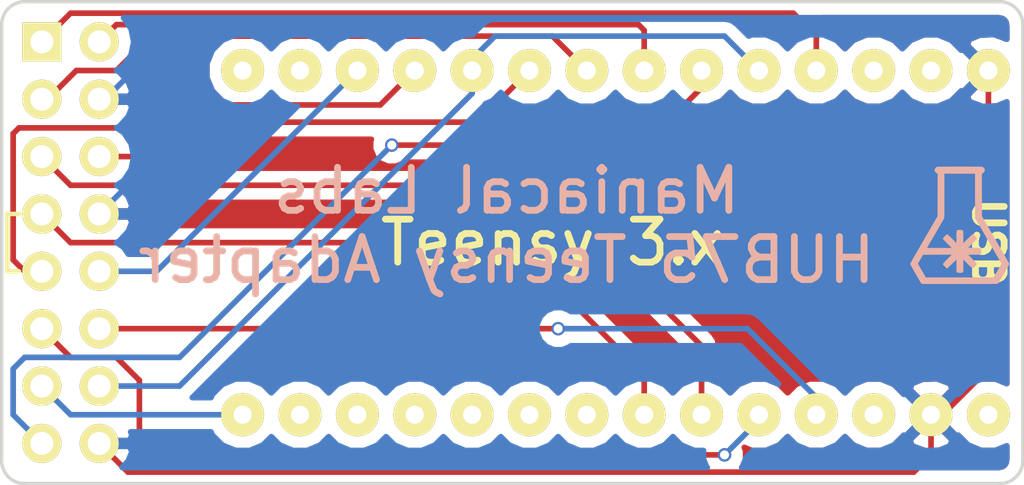
<source format=kicad_pcb>
(kicad_pcb (version 4) (host pcbnew 4.0.2-stable)

  (general
    (links 18)
    (no_connects 0)
    (area 37.084 39.878 95.25 61.468)
    (thickness 1.6)
    (drawings 14)
    (tracks 85)
    (zones 0)
    (modules 3)
    (nets 27)
  )

  (page A4)
  (layers
    (0 F.Cu signal)
    (31 B.Cu signal hide)
    (32 B.Adhes user)
    (33 F.Adhes user)
    (34 B.Paste user)
    (35 F.Paste user)
    (36 B.SilkS user hide)
    (37 F.SilkS user)
    (38 B.Mask user)
    (39 F.Mask user)
    (40 Dwgs.User user)
    (41 Cmts.User user)
    (42 Eco1.User user)
    (43 Eco2.User user)
    (44 Edge.Cuts user)
    (45 Margin user)
    (46 B.CrtYd user)
    (47 F.CrtYd user)
    (48 B.Fab user)
    (49 F.Fab user)
  )

  (setup
    (last_trace_width 0.25)
    (trace_clearance 0.2)
    (zone_clearance 0.508)
    (zone_45_only no)
    (trace_min 0.2)
    (segment_width 0.2)
    (edge_width 0.15)
    (via_size 0.6)
    (via_drill 0.4)
    (via_min_size 0.4)
    (via_min_drill 0.3)
    (uvia_size 0.3)
    (uvia_drill 0.1)
    (uvias_allowed no)
    (uvia_min_size 0.2)
    (uvia_min_drill 0.1)
    (pcb_text_width 0.3)
    (pcb_text_size 1.5 1.5)
    (mod_edge_width 0.15)
    (mod_text_size 1 1)
    (mod_text_width 0.15)
    (pad_size 1.524 1.524)
    (pad_drill 0.762)
    (pad_to_mask_clearance 0.2)
    (aux_axis_origin 0 0)
    (visible_elements FFFFFF7F)
    (pcbplotparams
      (layerselection 0x00030_80000001)
      (usegerberextensions false)
      (excludeedgelayer true)
      (linewidth 0.100000)
      (plotframeref false)
      (viasonmask false)
      (mode 1)
      (useauxorigin false)
      (hpglpennumber 1)
      (hpglpenspeed 20)
      (hpglpendiameter 15)
      (hpglpenoverlay 2)
      (psnegative false)
      (psa4output false)
      (plotreference true)
      (plotvalue true)
      (plotinvisibletext false)
      (padsonsilk false)
      (subtractmaskfromsilk false)
      (outputformat 1)
      (mirror false)
      (drillshape 1)
      (scaleselection 1)
      (outputdirectory ""))
  )

  (net 0 "")
  (net 1 R1)
  (net 2 G1)
  (net 3 B1)
  (net 4 GND)
  (net 5 R2)
  (net 6 G2)
  (net 7 B2)
  (net 8 ADX0)
  (net 9 ADX1)
  (net 10 ADX2)
  (net 11 ADX3)
  (net 12 CLK)
  (net 13 LATCH)
  (net 14 OE)
  (net 15 "Net-(U1-Pad0)")
  (net 16 "Net-(U1-Pad1)")
  (net 17 "Net-(U1-Pad11)")
  (net 18 "Net-(U1-Pad12)")
  (net 19 "Net-(U1-Pad14)")
  (net 20 "Net-(U1-Pad15)")
  (net 21 "Net-(U1-Pad16)")
  (net 22 "Net-(U1-Pad17)")
  (net 23 "Net-(U1-Pad18)")
  (net 24 "Net-(U1-Pad19)")
  (net 25 "Net-(U1-Pad24)")
  (net 26 "Net-(U1-Pad26)")

  (net_class Default "This is the default net class."
    (clearance 0.2)
    (trace_width 0.25)
    (via_dia 0.6)
    (via_drill 0.4)
    (uvia_dia 0.3)
    (uvia_drill 0.1)
    (add_net ADX0)
    (add_net ADX1)
    (add_net ADX2)
    (add_net ADX3)
    (add_net B1)
    (add_net B2)
    (add_net CLK)
    (add_net G1)
    (add_net G2)
    (add_net GND)
    (add_net LATCH)
    (add_net "Net-(U1-Pad0)")
    (add_net "Net-(U1-Pad1)")
    (add_net "Net-(U1-Pad11)")
    (add_net "Net-(U1-Pad12)")
    (add_net "Net-(U1-Pad14)")
    (add_net "Net-(U1-Pad15)")
    (add_net "Net-(U1-Pad16)")
    (add_net "Net-(U1-Pad17)")
    (add_net "Net-(U1-Pad18)")
    (add_net "Net-(U1-Pad19)")
    (add_net "Net-(U1-Pad24)")
    (add_net "Net-(U1-Pad26)")
    (add_net OE)
    (add_net R1)
    (add_net R2)
  )

  (module Teensy:HUB75 (layer F.Cu) (tedit 57899CEA) (tstamp 57892EE4)
    (at 50.8 50.8)
    (descr "Through hole pin header")
    (tags "pin header")
    (path /57892A44)
    (fp_text reference J1 (at -9.6 0.8) (layer F.SilkS) hide
      (effects (font (size 1 1) (thickness 0.15)))
    )
    (fp_text value CONN_02X08 (at -8.4 3) (layer F.Fab) hide
      (effects (font (size 1 1) (thickness 0.15)))
    )
    (pad 1 thru_hole rect (at -1.27 -8.89) (size 1.7272 1.7272) (drill 1.016) (layers *.Cu *.Mask F.SilkS)
      (net 1 R1))
    (pad 2 thru_hole oval (at 1.27 -8.89) (size 1.7272 1.7272) (drill 1.016) (layers *.Cu *.Mask F.SilkS)
      (net 2 G1))
    (pad 3 thru_hole oval (at -1.27 -6.35) (size 1.7272 1.7272) (drill 1.016) (layers *.Cu *.Mask F.SilkS)
      (net 3 B1))
    (pad 4 thru_hole oval (at 1.27 -6.35) (size 1.7272 1.7272) (drill 1.016) (layers *.Cu *.Mask F.SilkS)
      (net 4 GND))
    (pad 5 thru_hole oval (at -1.27 -3.81) (size 1.7272 1.7272) (drill 1.016) (layers *.Cu *.Mask F.SilkS)
      (net 5 R2))
    (pad 6 thru_hole oval (at 1.27 -3.81) (size 1.7272 1.7272) (drill 1.016) (layers *.Cu *.Mask F.SilkS)
      (net 6 G2))
    (pad 7 thru_hole oval (at -1.27 -1.27) (size 1.7272 1.7272) (drill 1.016) (layers *.Cu *.Mask F.SilkS)
      (net 7 B2))
    (pad 8 thru_hole oval (at 1.27 -1.27) (size 1.7272 1.7272) (drill 1.016) (layers *.Cu *.Mask F.SilkS)
      (net 4 GND))
    (pad 9 thru_hole oval (at -1.27 1.27) (size 1.7272 1.7272) (drill 1.016) (layers *.Cu *.Mask F.SilkS)
      (net 8 ADX0))
    (pad 10 thru_hole oval (at 1.27 1.27) (size 1.7272 1.7272) (drill 1.016) (layers *.Cu *.Mask F.SilkS)
      (net 9 ADX1))
    (pad 11 thru_hole oval (at -1.27 3.81) (size 1.7272 1.7272) (drill 1.016) (layers *.Cu *.Mask F.SilkS)
      (net 10 ADX2))
    (pad 12 thru_hole oval (at 1.27 3.81) (size 1.7272 1.7272) (drill 1.016) (layers *.Cu *.Mask F.SilkS)
      (net 11 ADX3))
    (pad 13 thru_hole oval (at -1.27 6.35) (size 1.7272 1.7272) (drill 1.016) (layers *.Cu *.Mask F.SilkS)
      (net 12 CLK))
    (pad 14 thru_hole oval (at 1.27 6.35) (size 1.7272 1.7272) (drill 1.016) (layers *.Cu *.Mask F.SilkS)
      (net 13 LATCH))
    (pad 15 thru_hole oval (at -1.27 8.89) (size 1.7272 1.7272) (drill 1.016) (layers *.Cu *.Mask F.SilkS)
      (net 14 OE))
    (pad 16 thru_hole oval (at 1.27 8.89) (size 1.7272 1.7272) (drill 1.016) (layers *.Cu *.Mask F.SilkS)
      (net 4 GND))
    (model Pin_Headers.3dshapes/Pin_Header_Straight_2x08.wrl
      (at (xyz 0.05 -0.35 0))
      (scale (xyz 1 1 1))
      (rotate (xyz 0 0 90))
    )
  )

  (module Teensy:Teensy-3.1_NoSilk (layer F.Cu) (tedit 5789A77B) (tstamp 57892F04)
    (at 88.9 43.18 180)
    (path /57892986)
    (fp_text reference U1 (at -5.08 -7.62 270) (layer F.SilkS) hide
      (effects (font (size 1.5 1.5) (thickness 0.15)))
    )
    (fp_text value Teensy_3.1 (at 5.08 -10.16 180) (layer F.Fab) hide
      (effects (font (size 1.5 1.5) (thickness 0.15)))
    )
    (pad 0 thru_hole circle (at 0 0 180) (size 1.9 1.9) (drill 0.8) (layers *.Cu *.Mask F.SilkS)
      (net 15 "Net-(U1-Pad0)"))
    (pad 1 thru_hole circle (at 2.54 0 180) (size 1.9 1.9) (drill 0.8) (layers *.Cu *.Mask F.SilkS)
      (net 16 "Net-(U1-Pad1)"))
    (pad 2 thru_hole circle (at 5.08 0 180) (size 1.9 1.9) (drill 0.8) (layers *.Cu *.Mask F.SilkS)
      (net 1 R1))
    (pad 3 thru_hole circle (at 7.62 0 180) (size 1.9 1.9) (drill 0.8) (layers *.Cu *.Mask F.SilkS)
      (net 13 LATCH))
    (pad 4 thru_hole circle (at 10.16 0 180) (size 1.9 1.9) (drill 0.8) (layers *.Cu *.Mask F.SilkS)
      (net 14 OE))
    (pad 5 thru_hole circle (at 12.7 0 180) (size 1.9 1.9) (drill 0.8) (layers *.Cu *.Mask F.SilkS)
      (net 2 G1))
    (pad 6 thru_hole circle (at 15.24 0 180) (size 1.9 1.9) (drill 0.8) (layers *.Cu *.Mask F.SilkS)
      (net 3 B1))
    (pad 7 thru_hole circle (at 17.78 0 180) (size 1.9 1.9) (drill 0.8) (layers *.Cu *.Mask F.SilkS)
      (net 6 G2))
    (pad 8 thru_hole circle (at 20.32 0 180) (size 1.9 1.9) (drill 0.8) (layers *.Cu *.Mask F.SilkS)
      (net 13 LATCH))
    (pad 9 thru_hole circle (at 22.86 0 180) (size 1.9 1.9) (drill 0.8) (layers *.Cu *.Mask F.SilkS)
      (net 8 ADX0))
    (pad 10 thru_hole circle (at 25.4 0 180) (size 1.9 1.9) (drill 0.8) (layers *.Cu *.Mask F.SilkS)
      (net 9 ADX1))
    (pad 11 thru_hole circle (at 27.94 0 180) (size 1.9 1.9) (drill 0.8) (layers *.Cu *.Mask F.SilkS)
      (net 17 "Net-(U1-Pad11)"))
    (pad 12 thru_hole circle (at 30.48 0 180) (size 1.9 1.9) (drill 0.8) (layers *.Cu *.Mask F.SilkS)
      (net 18 "Net-(U1-Pad12)"))
    (pad 13 thru_hole circle (at 30.48 -15.24 180) (size 1.9 1.9) (drill 0.8) (layers *.Cu *.Mask F.SilkS)
      (net 12 CLK))
    (pad 14 thru_hole circle (at 27.94 -15.24 180) (size 1.9 1.9) (drill 0.8) (layers *.Cu *.Mask F.SilkS)
      (net 19 "Net-(U1-Pad14)"))
    (pad 15 thru_hole circle (at 25.4 -15.24 180) (size 1.9 1.9) (drill 0.8) (layers *.Cu *.Mask F.SilkS)
      (net 20 "Net-(U1-Pad15)"))
    (pad 16 thru_hole circle (at 22.86 -15.24 180) (size 1.9 1.9) (drill 0.8) (layers *.Cu *.Mask F.SilkS)
      (net 21 "Net-(U1-Pad16)"))
    (pad 17 thru_hole circle (at 20.32 -15.24 180) (size 1.9 1.9) (drill 0.8) (layers *.Cu *.Mask F.SilkS)
      (net 22 "Net-(U1-Pad17)"))
    (pad 18 thru_hole circle (at 17.78 -15.24 180) (size 1.9 1.9) (drill 0.8) (layers *.Cu *.Mask F.SilkS)
      (net 23 "Net-(U1-Pad18)"))
    (pad 19 thru_hole circle (at 15.24 -15.24 180) (size 1.9 1.9) (drill 0.8) (layers *.Cu *.Mask F.SilkS)
      (net 24 "Net-(U1-Pad19)"))
    (pad 20 thru_hole circle (at 12.7 -15.24 180) (size 1.9 1.9) (drill 0.8) (layers *.Cu *.Mask F.SilkS)
      (net 7 B2))
    (pad 21 thru_hole circle (at 10.16 -15.24 180) (size 1.9 1.9) (drill 0.8) (layers *.Cu *.Mask F.SilkS)
      (net 5 R2))
    (pad 22 thru_hole circle (at 7.62 -15.24 180) (size 1.9 1.9) (drill 0.8) (layers *.Cu *.Mask F.SilkS)
      (net 10 ADX2))
    (pad 23 thru_hole circle (at 5.08 -15.24 180) (size 1.9 1.9) (drill 0.8) (layers *.Cu *.Mask F.SilkS)
      (net 11 ADX3))
    (pad 24 thru_hole circle (at 2.54 -15.24 180) (size 1.9 1.9) (drill 0.8) (layers *.Cu *.Mask F.SilkS)
      (net 25 "Net-(U1-Pad24)"))
    (pad 25 thru_hole circle (at 0 -15.24 180) (size 1.9 1.9) (drill 0.8) (layers *.Cu *.Mask F.SilkS)
      (net 4 GND))
    (pad 26 thru_hole circle (at -2.54 -15.24 180) (size 1.9 1.9) (drill 0.8) (layers *.Cu *.Mask F.SilkS)
      (net 26 "Net-(U1-Pad26)"))
    (pad 27 thru_hole circle (at -2.54 0 180) (size 1.9 1.9) (drill 0.8) (layers *.Cu *.Mask F.SilkS)
      (net 4 GND))
  )

  (module Logo:logo (layer B.Cu) (tedit 0) (tstamp 578E8E30)
    (at 90.17 50.038 180)
    (fp_text reference G*** (at 0 0 180) (layer B.SilkS) hide
      (effects (font (thickness 0.3)) (justify mirror))
    )
    (fp_text value LOGO (at 0.75 0 180) (layer B.SilkS) hide
      (effects (font (thickness 0.3)) (justify mirror))
    )
    (fp_poly (pts (xy 0.149705 2.601352) (xy 0.272077 2.601075) (xy 0.390656 2.600637) (xy 0.50372 2.600035)
      (xy 0.609547 2.59927) (xy 0.706414 2.598343) (xy 0.792599 2.597253) (xy 0.866379 2.596001)
      (xy 0.926033 2.594586) (xy 0.969838 2.593008) (xy 0.996071 2.591268) (xy 1.002638 2.590154)
      (xy 1.0474 2.563678) (xy 1.081137 2.524749) (xy 1.100947 2.478227) (xy 1.103928 2.428971)
      (xy 1.102865 2.422281) (xy 1.087518 2.383855) (xy 1.059188 2.345983) (xy 1.024038 2.316027)
      (xy 1.005733 2.306276) (xy 0.975053 2.293568) (xy 0.977746 1.347444) (xy 0.98044 0.40132)
      (xy 1.040393 0.29972) (xy 1.06627 0.255637) (xy 1.09901 0.199515) (xy 1.135367 0.13694)
      (xy 1.172091 0.0735) (xy 1.193977 0.03556) (xy 1.229458 -0.026003) (xy 1.27159 -0.099046)
      (xy 1.316848 -0.177463) (xy 1.361706 -0.255145) (xy 1.402141 -0.32512) (xy 1.441701 -0.393591)
      (xy 1.488054 -0.473892) (xy 1.537866 -0.560237) (xy 1.587797 -0.646841) (xy 1.634513 -0.727919)
      (xy 1.651213 -0.75692) (xy 1.689045 -0.822576) (xy 1.734734 -0.901781) (xy 1.785951 -0.990501)
      (xy 1.840364 -1.084701) (xy 1.895645 -1.180347) (xy 1.949463 -1.273407) (xy 1.985076 -1.334949)
      (xy 2.03711 -1.425538) (xy 2.082369 -1.505754) (xy 2.120186 -1.574355) (xy 2.149894 -1.630098)
      (xy 2.170826 -1.671739) (xy 2.182312 -1.698035) (xy 2.1844 -1.706191) (xy 2.179255 -1.722399)
      (xy 2.164322 -1.754564) (xy 2.140354 -1.801271) (xy 2.108103 -1.861103) (xy 2.068322 -1.932647)
      (xy 2.021762 -2.014485) (xy 2.005586 -2.042561) (xy 1.960934 -2.119898) (xy 1.916946 -2.196187)
      (xy 1.875308 -2.268496) (xy 1.837706 -2.333894) (xy 1.805827 -2.38945) (xy 1.781356 -2.432231)
      (xy 1.770337 -2.451597) (xy 1.745076 -2.493998) (xy 1.720589 -2.531346) (xy 1.700036 -2.559022)
      (xy 1.6887 -2.570977) (xy 1.685101 -2.573541) (xy 1.680508 -2.575875) (xy 1.673992 -2.577988)
      (xy 1.66462 -2.579892) (xy 1.651462 -2.581597) (xy 1.633588 -2.583115) (xy 1.610067 -2.584455)
      (xy 1.579968 -2.585631) (xy 1.542361 -2.586651) (xy 1.496315 -2.587528) (xy 1.440899 -2.588271)
      (xy 1.375183 -2.588893) (xy 1.298236 -2.589403) (xy 1.209127 -2.589813) (xy 1.106926 -2.590134)
      (xy 0.990701 -2.590377) (xy 0.859524 -2.590552) (xy 0.712461 -2.590671) (xy 0.548584 -2.590744)
      (xy 0.366961 -2.590783) (xy 0.166661 -2.590797) (xy 0 -2.5908) (xy -0.215237 -2.590795)
      (xy -0.411085 -2.590776) (xy -0.588473 -2.59073) (xy -0.748334 -2.590648) (xy -0.891598 -2.590517)
      (xy -1.019194 -2.590327) (xy -1.132055 -2.590067) (xy -1.23111 -2.589726) (xy -1.317291 -2.589293)
      (xy -1.391528 -2.588758) (xy -1.454751 -2.588109) (xy -1.507892 -2.587335) (xy -1.551881 -2.586426)
      (xy -1.587648 -2.58537) (xy -1.616125 -2.584157) (xy -1.638242 -2.582776) (xy -1.654929 -2.581215)
      (xy -1.667118 -2.579465) (xy -1.675738 -2.577513) (xy -1.681722 -2.575349) (xy -1.685999 -2.572963)
      (xy -1.688701 -2.570977) (xy -1.703945 -2.554146) (xy -1.725605 -2.524013) (xy -1.750523 -2.485195)
      (xy -1.770338 -2.451597) (xy -1.789166 -2.418559) (xy -1.816484 -2.370864) (xy -1.850607 -2.311446)
      (xy -1.889849 -2.243235) (xy -1.932522 -2.169163) (xy -1.976942 -2.092162) (xy -2.005587 -2.042561)
      (xy -2.054153 -1.957733) (xy -2.096181 -1.882748) (xy -2.130919 -1.819022) (xy -2.157614 -1.767969)
      (xy -2.175514 -1.731005) (xy -2.183867 -1.709547) (xy -2.1844 -1.706191) (xy -2.182154 -1.69925)
      (xy -1.857894 -1.69925) (xy -1.834428 -1.736085) (xy -1.822008 -1.756434) (xy -1.801538 -1.79094)
      (xy -1.77506 -1.836121) (xy -1.744612 -1.888496) (xy -1.712236 -1.944583) (xy -1.711628 -1.94564)
      (xy -1.676238 -2.007119) (xy -1.639951 -2.070059) (xy -1.605647 -2.12947) (xy -1.576207 -2.180361)
      (xy -1.557656 -2.21234) (xy -1.503016 -2.30632) (xy 1.503015 -2.30632) (xy 1.557655 -2.21234)
      (xy 1.580925 -2.172212) (xy 1.611433 -2.119453) (xy 1.646298 -2.059056) (xy 1.682636 -1.996011)
      (xy 1.711627 -1.94564) (xy 1.744026 -1.889508) (xy 1.774539 -1.837015) (xy 1.801125 -1.791645)
      (xy 1.821742 -1.756882) (xy 1.834349 -1.73621) (xy 1.834492 -1.735986) (xy 1.858024 -1.699052)
      (xy 1.748073 -1.51017) (xy 1.715263 -1.453571) (xy 1.685797 -1.402288) (xy 1.661269 -1.359135)
      (xy 1.643274 -1.326923) (xy 1.633406 -1.308465) (xy 1.632179 -1.305804) (xy 1.629143 -1.302638)
      (xy 1.621685 -1.299928) (xy 1.608365 -1.297639) (xy 1.587739 -1.295737) (xy 1.558365 -1.294188)
      (xy 1.518801 -1.292957) (xy 1.467604 -1.292009) (xy 1.403332 -1.29131) (xy 1.324543 -1.290827)
      (xy 1.229794 -1.290523) (xy 1.117644 -1.290366) (xy 0.986649 -1.29032) (xy 0.983394 -1.29032)
      (xy 0.34055 -1.290319) (xy 0.541115 -1.491072) (xy 0.609007 -1.559809) (xy 0.66329 -1.61646)
      (xy 0.70363 -1.660657) (xy 0.729691 -1.692028) (xy 0.741138 -1.710204) (xy 0.74168 -1.71279)
      (xy 0.734652 -1.727547) (xy 0.715945 -1.752027) (xy 0.689116 -1.782602) (xy 0.657726 -1.815644)
      (xy 0.625336 -1.847523) (xy 0.595504 -1.874613) (xy 0.571791 -1.893284) (xy 0.55808 -1.89992)
      (xy 0.547658 -1.893004) (xy 0.524908 -1.873482) (xy 0.491797 -1.843189) (xy 0.45029 -1.80396)
      (xy 0.402355 -1.757631) (xy 0.349957 -1.706037) (xy 0.343479 -1.699594) (xy 0.14224 -1.499269)
      (xy 0.14224 -2.050845) (xy 0.115469 -2.071902) (xy 0.099322 -2.082216) (xy 0.079499 -2.088563)
      (xy 0.05089 -2.091834) (xy 0.008383 -2.092924) (xy -0.00508 -2.09296) (xy -0.051881 -2.092278)
      (xy -0.083501 -2.089639) (xy -0.10505 -2.084149) (xy -0.12164 -2.074915) (xy -0.12563 -2.071902)
      (xy -0.152401 -2.050845) (xy -0.152401 -1.498795) (xy -0.348076 -1.694277) (xy -0.410913 -1.756582)
      (xy -0.461215 -1.805319) (xy -0.500371 -1.841719) (xy -0.529772 -1.867011) (xy -0.550806 -1.882427)
      (xy -0.564864 -1.889197) (xy -0.568831 -1.88976) (xy -0.58865 -1.882342) (xy -0.616947 -1.862649)
      (xy -0.649863 -1.834514) (xy -0.683543 -1.801776) (xy -0.71413 -1.768271) (xy -0.737767 -1.737834)
      (xy -0.750598 -1.714303) (xy -0.75184 -1.707711) (xy -0.748131 -1.695998) (xy -0.736192 -1.677753)
      (xy -0.714807 -1.651597) (xy -0.682759 -1.616153) (xy -0.638833 -1.570043) (xy -0.581811 -1.511889)
      (xy -0.556309 -1.486197) (xy -0.360778 -1.289729) (xy -0.633561 -1.290647) (xy -0.716039 -1.290814)
      (xy -0.780597 -1.290603) (xy -0.829635 -1.289878) (xy -0.86555 -1.288505) (xy -0.890742 -1.286346)
      (xy -0.907609 -1.283268) (xy -0.91855 -1.279132) (xy -0.925612 -1.274128) (xy -0.934325 -1.263692)
      (xy -0.939979 -1.248549) (xy -0.943203 -1.22457) (xy -0.944622 -1.187625) (xy -0.94488 -1.147242)
      (xy -0.945025 -1.104986) (xy -0.944066 -1.071396) (xy -0.939919 -1.045481) (xy -0.930498 -1.02625)
      (xy -0.913716 -1.01271) (xy -0.887487 -1.00387) (xy -0.849726 -0.998738) (xy -0.798347 -0.996322)
      (xy -0.731262 -0.99563) (xy -0.646388 -0.995671) (xy -0.626108 -0.99568) (xy -0.360876 -0.99568)
      (xy -0.556358 -0.800004) (xy -0.62048 -0.735251) (xy -0.67068 -0.683217) (xy -0.707937 -0.642806)
      (xy -0.73323 -0.612918) (xy -0.747535 -0.592458) (xy -0.75184 -0.580685) (xy -0.744219 -0.559573)
      (xy -0.72395 -0.530447) (xy -0.694925 -0.497099) (xy -0.661036 -0.463317) (xy -0.626177 -0.432892)
      (xy -0.594238 -0.409615) (xy -0.569113 -0.397275) (xy -0.562424 -0.39624) (xy -0.55354 -0.403133)
      (xy -0.532218 -0.422596) (xy -0.500363 -0.452801) (xy -0.459879 -0.491922) (xy -0.412669 -0.538132)
      (xy -0.360637 -0.589604) (xy -0.35364 -0.596565) (xy -0.152401 -0.79689) (xy -0.1524 -0.52356)
      (xy -0.152477 -0.434426) (xy -0.152076 -0.363528) (xy -0.150249 -0.308783) (xy -0.14605 -0.268113)
      (xy -0.13853 -0.239437) (xy -0.126743 -0.220676) (xy -0.109742 -0.209748) (xy -0.086579 -0.204575)
      (xy -0.056307 -0.203076) (xy -0.017978 -0.20317) (xy -0.006504 -0.2032) (xy 0.035206 -0.203024)
      (xy 0.068309 -0.203896) (xy 0.093798 -0.207912) (xy 0.112662 -0.217172) (xy 0.125894 -0.233772)
      (xy 0.134484 -0.259811) (xy 0.139423 -0.297387) (xy 0.141702 -0.348596) (xy 0.142313 -0.415538)
      (xy 0.142247 -0.500309) (xy 0.14224 -0.518031) (xy 0.14224 -0.788681) (xy 0.32258 -0.606911)
      (xy 0.387899 -0.541657) (xy 0.440855 -0.490159) (xy 0.482835 -0.451209) (xy 0.515225 -0.423601)
      (xy 0.539411 -0.406128) (xy 0.556781 -0.397583) (xy 0.564616 -0.39624) (xy 0.577268 -0.403414)
      (xy 0.599532 -0.422504) (xy 0.627956 -0.449862) (xy 0.659088 -0.48184) (xy 0.689476 -0.51479)
      (xy 0.715669 -0.545064) (xy 0.734214 -0.569013) (xy 0.74166 -0.58299) (xy 0.74168 -0.583369)
      (xy 0.734215 -0.597972) (xy 0.712053 -0.625849) (xy 0.675542 -0.666615) (xy 0.625028 -0.719887)
      (xy 0.560858 -0.78528) (xy 0.543652 -0.802547) (xy 0.345625 -1.00076) (xy 0.899252 -1.00076)
      (xy 1.003193 -1.000729) (xy 1.100776 -1.000641) (xy 1.190157 -1.000502) (xy 1.269495 -1.000318)
      (xy 1.336947 -1.000093) (xy 1.39067 -0.999834) (xy 1.428821 -0.999546) (xy 1.449557 -0.999235)
      (xy 1.45288 -0.999048) (xy 1.447979 -0.990179) (xy 1.434033 -0.965694) (xy 1.412174 -0.927563)
      (xy 1.383537 -0.877758) (xy 1.349253 -0.818248) (xy 1.310455 -0.751006) (xy 1.268861 -0.679008)
      (xy 1.222146 -0.59819) (xy 1.174818 -0.516299) (xy 1.128792 -0.436646) (xy 1.085981 -0.362546)
      (xy 1.0483 -0.297312) (xy 1.017662 -0.244255) (xy 1.002761 -0.21844) (xy 0.969884 -0.161589)
      (xy 0.930341 -0.093404) (xy 0.887736 -0.020085) (xy 0.845669 0.052168) (xy 0.815609 0.103692)
      (xy 0.782699 0.160527) (xy 0.752489 0.213617) (xy 0.726821 0.259651) (xy 0.707536 0.295322)
      (xy 0.696477 0.317319) (xy 0.695628 0.319266) (xy 0.693092 0.327611) (xy 0.690853 0.34056)
      (xy 0.688892 0.359301) (xy 0.687194 0.385024) (xy 0.685739 0.418918) (xy 0.684511 0.462172)
      (xy 0.683491 0.515974) (xy 0.682663 0.581513) (xy 0.682008 0.659979) (xy 0.681509 0.752561)
      (xy 0.681149 0.860447) (xy 0.680909 0.984827) (xy 0.680772 1.12689) (xy 0.680721 1.287824)
      (xy 0.68072 1.325554) (xy 0.68072 2.29616) (xy -0.68072 2.29616) (xy -0.68072 1.325554)
      (xy -0.680755 1.160346) (xy -0.680872 1.014268) (xy -0.681088 0.886132) (xy -0.68142 0.774749)
      (xy -0.681888 0.67893) (xy -0.682507 0.597486) (xy -0.683296 0.529228) (xy -0.684272 0.472967)
      (xy -0.685453 0.427514) (xy -0.686857 0.39168) (xy -0.688501 0.364276) (xy -0.690403 0.344113)
      (xy -0.69258 0.330002) (xy -0.69505 0.320754) (xy -0.695629 0.319266) (xy -0.705271 0.299647)
      (xy -0.723419 0.26585) (xy -0.748231 0.221184) (xy -0.777867 0.168957) (xy -0.810484 0.11248)
      (xy -0.81561 0.103692) (xy -0.839104 0.063457) (xy -0.860725 0.026396) (xy -0.881487 -0.009244)
      (xy -0.902404 -0.045214) (xy -0.924488 -0.083268) (xy -0.948754 -0.125157) (xy -0.976215 -0.172633)
      (xy -1.007885 -0.227447) (xy -1.044777 -0.291354) (xy -1.087904 -0.366103) (xy -1.138281 -0.453447)
      (xy -1.19692 -0.55514) (xy -1.254681 -0.65532) (xy -1.302182 -0.737676) (xy -1.352582 -0.825009)
      (xy -1.403372 -0.912974) (xy -1.452044 -0.997227) (xy -1.49609 -1.073426) (xy -1.533 -1.137227)
      (xy -1.539283 -1.14808) (xy -1.581205 -1.220499) (xy -1.62781 -1.301053) (xy -1.675326 -1.383214)
      (xy -1.719975 -1.460454) (xy -1.755951 -1.522725) (xy -1.857894 -1.69925) (xy -2.182154 -1.69925)
      (xy -2.179244 -1.690263) (xy -2.164221 -1.658202) (xy -2.139998 -1.611252) (xy -2.107242 -1.550655)
      (xy -2.066621 -1.477655) (xy -2.018803 -1.393495) (xy -1.985077 -1.334949) (xy -1.933674 -1.246109)
      (xy -1.879174 -1.151854) (xy -1.823908 -1.056217) (xy -1.770206 -0.963232) (xy -1.720398 -0.876933)
      (xy -1.676812 -0.801354) (xy -1.651214 -0.75692) (xy -1.606668 -0.679584) (xy -1.557599 -0.594456)
      (xy -1.507343 -0.50732) (xy -1.459237 -0.423962) (xy -1.416618 -0.350167) (xy -1.402142 -0.32512)
      (xy -1.361133 -0.25415) (xy -1.316246 -0.176419) (xy -1.271006 -0.098033) (xy -1.228939 -0.025101)
      (xy -1.193978 0.03556) (xy -1.158693 0.096674) (xy -1.121727 0.160446) (xy -1.086327 0.221288)
      (xy -1.055743 0.273615) (xy -1.040394 0.29972) (xy -0.98044 0.40132) (xy -0.977698 1.347424)
      (xy -0.974955 2.293527) (xy -1.005685 2.306256) (xy -1.04197 2.329467) (xy -1.074517 2.364288)
      (xy -1.097164 2.403366) (xy -1.102866 2.422281) (xy -1.102416 2.471533) (xy -1.084739 2.518717)
      (xy -1.052739 2.558973) (xy -1.009315 2.587442) (xy -1.002639 2.590154) (xy -0.987689 2.591991)
      (xy -0.954142 2.593666) (xy -0.90372 2.595178) (xy -0.838145 2.596527) (xy -0.759141 2.597714)
      (xy -0.668428 2.598738) (xy -0.56773 2.599599) (xy -0.458769 2.600298) (xy -0.343267 2.600834)
      (xy -0.222946 2.601207) (xy -0.099529 2.601418) (xy 0.025262 2.601466) (xy 0.149705 2.601352)) (layer B.SilkS) (width 0.01))
  )

  (gr_line (start 48.006 52.07) (end 48.514 52.07) (angle 90) (layer F.SilkS) (width 0.2))
  (gr_line (start 48.006 49.53) (end 48.006 52.07) (angle 90) (layer F.SilkS) (width 0.2))
  (gr_line (start 48.514 49.53) (end 48.006 49.53) (angle 90) (layer F.SilkS) (width 0.2))
  (gr_text USB (at 91.44 50.8 270) (layer F.SilkS)
    (effects (font (size 1.27 1.27) (thickness 0.3)))
  )
  (gr_text "Teensy 3.x" (at 72.136 50.8) (layer F.SilkS)
    (effects (font (size 1.905 1.905) (thickness 0.3)))
  )
  (gr_text "Maniacal Labs\nHUB75 Teensy Adapter" (at 70.104 50.038) (layer B.SilkS)
    (effects (font (size 1.905 1.905) (thickness 0.3)) (justify mirror))
  )
  (gr_line (start 48.768 61.468) (end 91.948 61.468) (angle 90) (layer Edge.Cuts) (width 0.15))
  (gr_line (start 92.964 41.148) (end 92.964 60.452) (angle 90) (layer Edge.Cuts) (width 0.15))
  (gr_arc (start 91.948 60.452) (end 92.964 60.452) (angle 90) (layer Edge.Cuts) (width 0.15))
  (gr_line (start 48.768 40.132) (end 91.948 40.132) (angle 90) (layer Edge.Cuts) (width 0.15))
  (gr_arc (start 91.948 41.148) (end 91.948 40.132) (angle 90) (layer Edge.Cuts) (width 0.15))
  (gr_line (start 47.752 41.148) (end 47.752 60.452) (angle 90) (layer Edge.Cuts) (width 0.15))
  (gr_arc (start 48.768 60.452) (end 48.768 61.468) (angle 90) (layer Edge.Cuts) (width 0.15))
  (gr_arc (start 48.768 41.148) (end 47.752 41.148) (angle 90) (layer Edge.Cuts) (width 0.15))

  (segment (start 83.82 43.18) (end 83.82 41.656) (width 0.25) (layer F.Cu) (net 1))
  (segment (start 50.8 40.64) (end 49.53 41.91) (width 0.25) (layer F.Cu) (net 1) (tstamp 5789A832))
  (segment (start 82.804 40.64) (end 50.8 40.64) (width 0.25) (layer F.Cu) (net 1) (tstamp 5789A830))
  (segment (start 83.82 41.656) (end 82.804 40.64) (width 0.25) (layer F.Cu) (net 1) (tstamp 5789A82E))
  (segment (start 76.2 43.18) (end 76.2 41.402) (width 0.25) (layer F.Cu) (net 2))
  (segment (start 52.832 41.148) (end 52.07 41.91) (width 0.25) (layer F.Cu) (net 2) (tstamp 5789A840))
  (segment (start 75.946 41.148) (end 52.832 41.148) (width 0.25) (layer F.Cu) (net 2) (tstamp 5789A83D))
  (segment (start 76.2 41.402) (end 75.946 41.148) (width 0.25) (layer F.Cu) (net 2) (tstamp 5789A83C))
  (segment (start 49.53 44.45) (end 49.784 44.45) (width 0.25) (layer F.Cu) (net 3))
  (segment (start 49.784 44.45) (end 51.054 43.18) (width 0.25) (layer F.Cu) (net 3) (tstamp 5789A854))
  (segment (start 51.054 43.18) (end 52.832 43.18) (width 0.25) (layer F.Cu) (net 3) (tstamp 5789A856))
  (segment (start 52.832 43.18) (end 54.356 41.656) (width 0.25) (layer F.Cu) (net 3) (tstamp 5789A859))
  (segment (start 54.356 41.656) (end 72.136 41.656) (width 0.25) (layer F.Cu) (net 3) (tstamp 5789A85B))
  (segment (start 72.136 41.656) (end 73.66 43.18) (width 0.25) (layer F.Cu) (net 3) (tstamp 5789A85E))
  (segment (start 52.07 44.45) (end 52.324 44.45) (width 0.25) (layer B.Cu) (net 4))
  (segment (start 52.324 44.45) (end 55.88 40.894) (width 0.25) (layer B.Cu) (net 4) (tstamp 5789AC13))
  (segment (start 89.154 40.894) (end 91.44 43.18) (width 0.25) (layer B.Cu) (net 4) (tstamp 5789AC19))
  (segment (start 55.88 40.894) (end 89.154 40.894) (width 0.25) (layer B.Cu) (net 4) (tstamp 5789AC16))
  (segment (start 52.07 44.45) (end 53.34 44.45) (width 0.25) (layer B.Cu) (net 4))
  (segment (start 53.848 47.752) (end 52.07 49.53) (width 0.25) (layer B.Cu) (net 4) (tstamp 5789ABEB))
  (segment (start 53.848 44.958) (end 53.848 47.752) (width 0.25) (layer B.Cu) (net 4) (tstamp 5789ABE9))
  (segment (start 53.34 44.45) (end 53.848 44.958) (width 0.25) (layer B.Cu) (net 4) (tstamp 5789ABE6))
  (segment (start 88.9 58.42) (end 89.408 58.42) (width 0.25) (layer F.Cu) (net 4))
  (segment (start 89.408 58.42) (end 91.44 56.388) (width 0.25) (layer F.Cu) (net 4) (tstamp 5789A825))
  (segment (start 91.44 56.388) (end 91.44 43.18) (width 0.25) (layer F.Cu) (net 4) (tstamp 5789A826))
  (segment (start 52.07 59.69) (end 53.34 60.96) (width 0.25) (layer F.Cu) (net 4))
  (segment (start 88.9 60.198) (end 88.9 58.42) (width 0.25) (layer F.Cu) (net 4) (tstamp 5789A822))
  (segment (start 88.138 60.96) (end 88.9 60.198) (width 0.25) (layer F.Cu) (net 4) (tstamp 5789A821))
  (segment (start 53.34 60.96) (end 88.138 60.96) (width 0.25) (layer F.Cu) (net 4) (tstamp 5789A820))
  (segment (start 49.53 46.99) (end 50.8 48.26) (width 0.25) (layer F.Cu) (net 5))
  (segment (start 78.74 55.372) (end 78.74 58.42) (width 0.25) (layer F.Cu) (net 5) (tstamp 5789AA04))
  (segment (start 71.628 48.26) (end 78.74 55.372) (width 0.25) (layer F.Cu) (net 5) (tstamp 5789A9FC))
  (segment (start 53.086 48.26) (end 71.628 48.26) (width 0.25) (layer F.Cu) (net 5) (tstamp 5789A9F7))
  (segment (start 50.8 48.26) (end 53.086 48.26) (width 0.25) (layer F.Cu) (net 5) (tstamp 5789A9F5))
  (segment (start 52.07 46.99) (end 56.388 46.99) (width 0.25) (layer F.Cu) (net 6))
  (segment (start 68.834 45.466) (end 71.12 43.18) (width 0.25) (layer F.Cu) (net 6) (tstamp 5789A9C2))
  (segment (start 57.912 45.466) (end 68.834 45.466) (width 0.25) (layer F.Cu) (net 6) (tstamp 5789A9C0))
  (segment (start 56.388 46.99) (end 57.912 45.466) (width 0.25) (layer F.Cu) (net 6) (tstamp 5789A9BC))
  (segment (start 49.53 49.53) (end 50.8 50.8) (width 0.25) (layer F.Cu) (net 7))
  (segment (start 76.2 56.642) (end 76.2 58.42) (width 0.25) (layer F.Cu) (net 7) (tstamp 5789AA17))
  (segment (start 70.358 50.8) (end 76.2 56.642) (width 0.25) (layer F.Cu) (net 7) (tstamp 5789AA11))
  (segment (start 69.088 50.8) (end 70.358 50.8) (width 0.25) (layer F.Cu) (net 7) (tstamp 5789AA0C))
  (segment (start 50.8 50.8) (end 69.088 50.8) (width 0.25) (layer F.Cu) (net 7) (tstamp 5789AA0A))
  (segment (start 49.53 52.07) (end 48.768 52.07) (width 0.25) (layer F.Cu) (net 8))
  (segment (start 48.768 52.07) (end 48.26 51.562) (width 0.25) (layer F.Cu) (net 8) (tstamp 5789A9A4))
  (segment (start 48.26 51.562) (end 48.26 45.974) (width 0.25) (layer F.Cu) (net 8) (tstamp 5789A9A5))
  (segment (start 48.26 45.974) (end 48.514 45.72) (width 0.25) (layer F.Cu) (net 8) (tstamp 5789A9A8))
  (segment (start 48.514 45.72) (end 56.642 45.72) (width 0.25) (layer F.Cu) (net 8) (tstamp 5789A9AA))
  (segment (start 56.642 45.72) (end 57.658 44.704) (width 0.25) (layer F.Cu) (net 8) (tstamp 5789A9B1))
  (segment (start 57.658 44.704) (end 64.516 44.704) (width 0.25) (layer F.Cu) (net 8) (tstamp 5789A9B3))
  (segment (start 64.516 44.704) (end 66.04 43.18) (width 0.25) (layer F.Cu) (net 8) (tstamp 5789A9B5))
  (segment (start 52.07 52.07) (end 54.61 52.07) (width 0.25) (layer B.Cu) (net 9))
  (segment (start 54.61 52.07) (end 63.5 43.18) (width 0.25) (layer B.Cu) (net 9) (tstamp 5789A97E))
  (segment (start 49.53 54.61) (end 50.8 55.88) (width 0.25) (layer F.Cu) (net 10))
  (segment (start 79.756 60.198) (end 81.28 58.674) (width 0.25) (layer B.Cu) (net 10) (tstamp 5789AAC6))
  (via (at 79.756 60.198) (size 0.6) (drill 0.4) (layers F.Cu B.Cu) (net 10))
  (segment (start 54.61 60.198) (end 79.756 60.198) (width 0.25) (layer F.Cu) (net 10) (tstamp 5789AABE))
  (segment (start 53.848 59.436) (end 54.61 60.198) (width 0.25) (layer F.Cu) (net 10) (tstamp 5789AABC))
  (segment (start 53.848 56.896) (end 53.848 59.436) (width 0.25) (layer F.Cu) (net 10) (tstamp 5789AABA))
  (segment (start 52.832 55.88) (end 53.848 56.896) (width 0.25) (layer F.Cu) (net 10) (tstamp 5789AAB9))
  (segment (start 50.8 55.88) (end 52.832 55.88) (width 0.25) (layer F.Cu) (net 10) (tstamp 5789AAB8))
  (segment (start 81.28 58.674) (end 81.28 58.42) (width 0.25) (layer B.Cu) (net 10) (tstamp 5789AAC7))
  (segment (start 52.07 54.61) (end 72.39 54.61) (width 0.25) (layer F.Cu) (net 11))
  (segment (start 80.772 54.61) (end 83.82 57.658) (width 0.25) (layer B.Cu) (net 11) (tstamp 5789AAF0))
  (segment (start 72.39 54.61) (end 80.772 54.61) (width 0.25) (layer B.Cu) (net 11) (tstamp 5789AAEF))
  (via (at 72.39 54.61) (size 0.6) (drill 0.4) (layers F.Cu B.Cu) (net 11))
  (segment (start 83.82 57.658) (end 83.82 58.42) (width 0.25) (layer B.Cu) (net 11) (tstamp 5789AAF1))
  (segment (start 58.42 58.42) (end 50.8 58.42) (width 0.25) (layer B.Cu) (net 12))
  (segment (start 50.8 58.42) (end 49.53 57.15) (width 0.25) (layer B.Cu) (net 12) (tstamp 5789AAFE))
  (segment (start 68.58 43.18) (end 68.58 44.196) (width 0.25) (layer B.Cu) (net 13))
  (segment (start 55.626 57.15) (end 52.07 57.15) (width 0.25) (layer B.Cu) (net 13) (tstamp 5789AB22))
  (segment (start 68.58 44.196) (end 55.626 57.15) (width 0.25) (layer B.Cu) (net 13) (tstamp 5789AB19))
  (segment (start 68.58 43.18) (end 68.58 42.672) (width 0.25) (layer B.Cu) (net 13))
  (segment (start 68.58 42.672) (end 69.596 41.656) (width 0.25) (layer B.Cu) (net 13) (tstamp 5789A89A))
  (segment (start 69.596 41.656) (end 79.756 41.656) (width 0.25) (layer B.Cu) (net 13) (tstamp 5789A89C))
  (segment (start 79.756 41.656) (end 81.28 43.18) (width 0.25) (layer B.Cu) (net 13) (tstamp 5789A89F))
  (segment (start 49.53 59.69) (end 48.26 58.42) (width 0.25) (layer B.Cu) (net 14))
  (segment (start 76.2 46.482) (end 78.74 43.942) (width 0.25) (layer F.Cu) (net 14) (tstamp 5789ABD0))
  (segment (start 65.024 46.482) (end 76.2 46.482) (width 0.25) (layer F.Cu) (net 14) (tstamp 5789ABCF))
  (via (at 65.024 46.482) (size 0.6) (drill 0.4) (layers F.Cu B.Cu) (net 14))
  (segment (start 55.626 55.88) (end 65.024 46.482) (width 0.25) (layer B.Cu) (net 14) (tstamp 5789ABC3))
  (segment (start 48.768 55.88) (end 55.626 55.88) (width 0.25) (layer B.Cu) (net 14) (tstamp 5789ABC1))
  (segment (start 48.26 56.388) (end 48.768 55.88) (width 0.25) (layer B.Cu) (net 14) (tstamp 5789ABBF))
  (segment (start 48.26 58.42) (end 48.26 56.388) (width 0.25) (layer B.Cu) (net 14) (tstamp 5789ABBE))
  (segment (start 78.74 43.942) (end 78.74 43.18) (width 0.25) (layer F.Cu) (net 14) (tstamp 5789ABD3))

  (zone (net 4) (net_name GND) (layer B.Cu) (tstamp 578D9518) (hatch edge 0.508)
    (connect_pads (clearance 0.508))
    (min_thickness 0.254)
    (fill yes (arc_segments 16) (thermal_gap 0.508) (thermal_bridge_width 0.508))
    (polygon
      (pts
        (xy 92.456 60.96) (xy 48.26 60.96) (xy 48.26 40.64) (xy 92.456 40.64) (xy 92.456 60.96)
      )
    )
    (filled_polygon
      (pts
        (xy 57.075519 59.316657) (xy 57.520997 59.762914) (xy 58.103341 60.004724) (xy 58.733893 60.005275) (xy 59.316657 59.764481)
        (xy 59.690261 59.391529) (xy 60.060997 59.762914) (xy 60.643341 60.004724) (xy 61.273893 60.005275) (xy 61.856657 59.764481)
        (xy 62.230261 59.391529) (xy 62.600997 59.762914) (xy 63.183341 60.004724) (xy 63.813893 60.005275) (xy 64.396657 59.764481)
        (xy 64.770261 59.391529) (xy 65.140997 59.762914) (xy 65.723341 60.004724) (xy 66.353893 60.005275) (xy 66.936657 59.764481)
        (xy 67.310261 59.391529) (xy 67.680997 59.762914) (xy 68.263341 60.004724) (xy 68.893893 60.005275) (xy 69.476657 59.764481)
        (xy 69.850261 59.391529) (xy 70.220997 59.762914) (xy 70.803341 60.004724) (xy 71.433893 60.005275) (xy 72.016657 59.764481)
        (xy 72.390261 59.391529) (xy 72.760997 59.762914) (xy 73.343341 60.004724) (xy 73.973893 60.005275) (xy 74.556657 59.764481)
        (xy 74.930261 59.391529) (xy 75.300997 59.762914) (xy 75.883341 60.004724) (xy 76.513893 60.005275) (xy 77.096657 59.764481)
        (xy 77.470261 59.391529) (xy 77.840997 59.762914) (xy 78.423341 60.004724) (xy 78.823706 60.005074) (xy 78.821162 60.011201)
        (xy 78.820838 60.383167) (xy 78.962883 60.726943) (xy 78.993886 60.758) (xy 53.0852 60.758) (xy 53.352688 60.464947)
        (xy 53.524958 60.049026) (xy 53.403817 59.817) (xy 52.197 59.817) (xy 52.197 59.837) (xy 51.943 59.837)
        (xy 51.943 59.817) (xy 51.923 59.817) (xy 51.923 59.563) (xy 51.943 59.563) (xy 51.943 59.543)
        (xy 52.197 59.543) (xy 52.197 59.563) (xy 53.403817 59.563) (xy 53.524958 59.330974) (xy 53.462426 59.18)
        (xy 57.019053 59.18)
      )
    )
    (filled_polygon
      (pts
        (xy 92.059777 40.878144) (xy 92.154539 40.941461) (xy 92.217856 41.036223) (xy 92.254 41.21793) (xy 92.254 41.790841)
        (xy 91.692602 41.583812) (xy 91.062539 41.608648) (xy 90.595792 41.801981) (xy 90.503255 42.06365) (xy 91.44 43.000395)
        (xy 91.454143 42.986253) (xy 91.633748 43.165858) (xy 91.619605 43.18) (xy 91.633748 43.194143) (xy 91.454143 43.373748)
        (xy 91.44 43.359605) (xy 90.503255 44.29635) (xy 90.595792 44.558019) (xy 91.187398 44.776188) (xy 91.817461 44.751352)
        (xy 92.254 44.570532) (xy 92.254 57.04179) (xy 91.756659 56.835276) (xy 91.126107 56.834725) (xy 90.543343 57.075519)
        (xy 90.103884 57.514211) (xy 90.01635 57.483255) (xy 89.079605 58.42) (xy 90.01635 59.356745) (xy 90.104439 59.325593)
        (xy 90.540997 59.762914) (xy 91.123341 60.004724) (xy 91.753893 60.005275) (xy 92.254 59.798634) (xy 92.254 60.38207)
        (xy 92.217856 60.563777) (xy 92.154539 60.658539) (xy 92.059777 60.721856) (xy 91.878069 60.758) (xy 80.518467 60.758)
        (xy 80.548192 60.728327) (xy 80.690838 60.384799) (xy 80.690879 60.337923) (xy 81.024025 60.004777) (xy 81.593893 60.005275)
        (xy 82.176657 59.764481) (xy 82.550261 59.391529) (xy 82.920997 59.762914) (xy 83.503341 60.004724) (xy 84.133893 60.005275)
        (xy 84.716657 59.764481) (xy 85.090261 59.391529) (xy 85.460997 59.762914) (xy 86.043341 60.004724) (xy 86.673893 60.005275)
        (xy 87.256657 59.764481) (xy 87.485186 59.53635) (xy 87.963255 59.53635) (xy 88.055792 59.798019) (xy 88.647398 60.016188)
        (xy 89.277461 59.991352) (xy 89.744208 59.798019) (xy 89.836745 59.53635) (xy 88.9 58.599605) (xy 87.963255 59.53635)
        (xy 87.485186 59.53635) (xy 87.696116 59.325789) (xy 87.78365 59.356745) (xy 88.720395 58.42) (xy 87.78365 57.483255)
        (xy 87.695561 57.514407) (xy 87.485172 57.30365) (xy 87.963255 57.30365) (xy 88.9 58.240395) (xy 89.836745 57.30365)
        (xy 89.744208 57.041981) (xy 89.152602 56.823812) (xy 88.522539 56.848648) (xy 88.055792 57.041981) (xy 87.963255 57.30365)
        (xy 87.485172 57.30365) (xy 87.259003 57.077086) (xy 86.676659 56.835276) (xy 86.046107 56.834725) (xy 85.463343 57.075519)
        (xy 85.089739 57.448471) (xy 84.719003 57.077086) (xy 84.136659 56.835276) (xy 84.072022 56.83522) (xy 81.309401 54.072599)
        (xy 81.062839 53.907852) (xy 80.772 53.85) (xy 72.952463 53.85) (xy 72.920327 53.817808) (xy 72.576799 53.675162)
        (xy 72.204833 53.674838) (xy 71.861057 53.816883) (xy 71.597808 54.079673) (xy 71.455162 54.423201) (xy 71.454838 54.795167)
        (xy 71.596883 55.138943) (xy 71.859673 55.402192) (xy 72.203201 55.544838) (xy 72.575167 55.545162) (xy 72.918943 55.403117)
        (xy 72.952118 55.37) (xy 80.457198 55.37) (xy 82.153832 57.066634) (xy 81.596659 56.835276) (xy 80.966107 56.834725)
        (xy 80.383343 57.075519) (xy 80.009739 57.448471) (xy 79.639003 57.077086) (xy 79.056659 56.835276) (xy 78.426107 56.834725)
        (xy 77.843343 57.075519) (xy 77.469739 57.448471) (xy 77.099003 57.077086) (xy 76.516659 56.835276) (xy 75.886107 56.834725)
        (xy 75.303343 57.075519) (xy 74.929739 57.448471) (xy 74.559003 57.077086) (xy 73.976659 56.835276) (xy 73.346107 56.834725)
        (xy 72.763343 57.075519) (xy 72.389739 57.448471) (xy 72.019003 57.077086) (xy 71.436659 56.835276) (xy 70.806107 56.834725)
        (xy 70.223343 57.075519) (xy 69.849739 57.448471) (xy 69.479003 57.077086) (xy 68.896659 56.835276) (xy 68.266107 56.834725)
        (xy 67.683343 57.075519) (xy 67.309739 57.448471) (xy 66.939003 57.077086) (xy 66.356659 56.835276) (xy 65.726107 56.834725)
        (xy 65.143343 57.075519) (xy 64.769739 57.448471) (xy 64.399003 57.077086) (xy 63.816659 56.835276) (xy 63.186107 56.834725)
        (xy 62.603343 57.075519) (xy 62.229739 57.448471) (xy 61.859003 57.077086) (xy 61.276659 56.835276) (xy 60.646107 56.834725)
        (xy 60.063343 57.075519) (xy 59.689739 57.448471) (xy 59.319003 57.077086) (xy 58.736659 56.835276) (xy 58.106107 56.834725)
        (xy 57.523343 57.075519) (xy 57.077086 57.520997) (xy 57.019367 57.66) (xy 56.190802 57.66) (xy 69.117401 44.733401)
        (xy 69.173222 44.649858) (xy 69.476657 44.524481) (xy 69.850261 44.151529) (xy 70.220997 44.522914) (xy 70.803341 44.764724)
        (xy 71.433893 44.765275) (xy 72.016657 44.524481) (xy 72.390261 44.151529) (xy 72.760997 44.522914) (xy 73.343341 44.764724)
        (xy 73.973893 44.765275) (xy 74.556657 44.524481) (xy 74.930261 44.151529) (xy 75.300997 44.522914) (xy 75.883341 44.764724)
        (xy 76.513893 44.765275) (xy 77.096657 44.524481) (xy 77.470261 44.151529) (xy 77.840997 44.522914) (xy 78.423341 44.764724)
        (xy 79.053893 44.765275) (xy 79.636657 44.524481) (xy 80.010261 44.151529) (xy 80.380997 44.522914) (xy 80.963341 44.764724)
        (xy 81.593893 44.765275) (xy 82.176657 44.524481) (xy 82.550261 44.151529) (xy 82.920997 44.522914) (xy 83.503341 44.764724)
        (xy 84.133893 44.765275) (xy 84.716657 44.524481) (xy 85.090261 44.151529) (xy 85.460997 44.522914) (xy 86.043341 44.764724)
        (xy 86.673893 44.765275) (xy 87.256657 44.524481) (xy 87.630261 44.151529) (xy 88.000997 44.522914) (xy 88.583341 44.764724)
        (xy 89.213893 44.765275) (xy 89.796657 44.524481) (xy 90.236116 44.085789) (xy 90.32365 44.116745) (xy 91.260395 43.18)
        (xy 90.32365 42.243255) (xy 90.235561 42.274407) (xy 89.799003 41.837086) (xy 89.216659 41.595276) (xy 88.586107 41.594725)
        (xy 88.003343 41.835519) (xy 87.629739 42.208471) (xy 87.259003 41.837086) (xy 86.676659 41.595276) (xy 86.046107 41.594725)
        (xy 85.463343 41.835519) (xy 85.089739 42.208471) (xy 84.719003 41.837086) (xy 84.136659 41.595276) (xy 83.506107 41.594725)
        (xy 82.923343 41.835519) (xy 82.549739 42.208471) (xy 82.179003 41.837086) (xy 81.596659 41.595276) (xy 80.966107 41.594725)
        (xy 80.827004 41.652202) (xy 80.293401 41.118599) (xy 80.046839 40.953852) (xy 79.756 40.896) (xy 69.596 40.896)
        (xy 69.305161 40.953852) (xy 69.058599 41.118599) (xy 68.582197 41.595001) (xy 68.266107 41.594725) (xy 67.683343 41.835519)
        (xy 67.309739 42.208471) (xy 66.939003 41.837086) (xy 66.356659 41.595276) (xy 65.726107 41.594725) (xy 65.143343 41.835519)
        (xy 64.769739 42.208471) (xy 64.399003 41.837086) (xy 63.816659 41.595276) (xy 63.186107 41.594725) (xy 62.603343 41.835519)
        (xy 62.229739 42.208471) (xy 61.859003 41.837086) (xy 61.276659 41.595276) (xy 60.646107 41.594725) (xy 60.063343 41.835519)
        (xy 59.689739 42.208471) (xy 59.319003 41.837086) (xy 58.736659 41.595276) (xy 58.106107 41.594725) (xy 57.523343 41.835519)
        (xy 57.077086 42.280997) (xy 56.835276 42.863341) (xy 56.834725 43.493893) (xy 57.075519 44.076657) (xy 57.520997 44.522914)
        (xy 58.103341 44.764724) (xy 58.733893 44.765275) (xy 59.316657 44.524481) (xy 59.690261 44.151529) (xy 60.060997 44.522914)
        (xy 60.643341 44.764724) (xy 60.840302 44.764896) (xy 54.295198 51.31) (xy 53.359262 51.31) (xy 53.159029 51.01033)
        (xy 52.835772 50.794336) (xy 52.95849 50.736821) (xy 53.352688 50.304947) (xy 53.524958 49.889026) (xy 53.403817 49.657)
        (xy 52.197 49.657) (xy 52.197 49.677) (xy 51.943 49.677) (xy 51.943 49.657) (xy 51.923 49.657)
        (xy 51.923 49.403) (xy 51.943 49.403) (xy 51.943 49.383) (xy 52.197 49.383) (xy 52.197 49.403)
        (xy 53.403817 49.403) (xy 53.524958 49.170974) (xy 53.352688 48.755053) (xy 52.95849 48.323179) (xy 52.835772 48.265664)
        (xy 53.159029 48.04967) (xy 53.483885 47.563489) (xy 53.597959 46.99) (xy 53.483885 46.416511) (xy 53.159029 45.93033)
        (xy 52.835772 45.714336) (xy 52.95849 45.656821) (xy 53.352688 45.224947) (xy 53.524958 44.809026) (xy 53.403817 44.577)
        (xy 52.197 44.577) (xy 52.197 44.597) (xy 51.943 44.597) (xy 51.943 44.577) (xy 51.923 44.577)
        (xy 51.923 44.323) (xy 51.943 44.323) (xy 51.943 44.303) (xy 52.197 44.303) (xy 52.197 44.323)
        (xy 53.403817 44.323) (xy 53.524958 44.090974) (xy 53.352688 43.675053) (xy 52.95849 43.243179) (xy 52.835772 43.185664)
        (xy 53.159029 42.96967) (xy 53.483885 42.483489) (xy 53.597959 41.91) (xy 53.483885 41.336511) (xy 53.159029 40.85033)
        (xy 53.146562 40.842) (xy 91.878069 40.842)
      )
    )
  )
  (zone (net 4) (net_name GND) (layer F.Cu) (tstamp 578E8E76) (hatch edge 0.508)
    (connect_pads (clearance 0.508))
    (min_thickness 0.254)
    (fill yes (arc_segments 16) (thermal_gap 0.508) (thermal_bridge_width 0.508))
    (polygon
      (pts
        (xy 92.456 60.96) (xy 48.26 60.96) (xy 48.26 40.64) (xy 92.456 40.64) (xy 92.456 60.96)
      )
    )
    (filled_polygon
      (pts
        (xy 92.059777 40.878144) (xy 92.154539 40.941461) (xy 92.217856 41.036223) (xy 92.254 41.21793) (xy 92.254 41.790841)
        (xy 91.692602 41.583812) (xy 91.062539 41.608648) (xy 90.595792 41.801981) (xy 90.503255 42.06365) (xy 91.44 43.000395)
        (xy 91.454143 42.986253) (xy 91.633748 43.165858) (xy 91.619605 43.18) (xy 91.633748 43.194143) (xy 91.454143 43.373748)
        (xy 91.44 43.359605) (xy 90.503255 44.29635) (xy 90.595792 44.558019) (xy 91.187398 44.776188) (xy 91.817461 44.751352)
        (xy 92.254 44.570532) (xy 92.254 57.04179) (xy 91.756659 56.835276) (xy 91.126107 56.834725) (xy 90.543343 57.075519)
        (xy 90.103884 57.514211) (xy 90.01635 57.483255) (xy 89.079605 58.42) (xy 90.01635 59.356745) (xy 90.104439 59.325593)
        (xy 90.540997 59.762914) (xy 91.123341 60.004724) (xy 91.753893 60.005275) (xy 92.254 59.798634) (xy 92.254 60.38207)
        (xy 92.217856 60.563777) (xy 92.154539 60.658539) (xy 92.059777 60.721856) (xy 91.878069 60.758) (xy 80.518467 60.758)
        (xy 80.548192 60.728327) (xy 80.690838 60.384799) (xy 80.691162 60.012833) (xy 80.630748 59.86662) (xy 80.963341 60.004724)
        (xy 81.593893 60.005275) (xy 82.176657 59.764481) (xy 82.550261 59.391529) (xy 82.920997 59.762914) (xy 83.503341 60.004724)
        (xy 84.133893 60.005275) (xy 84.716657 59.764481) (xy 85.090261 59.391529) (xy 85.460997 59.762914) (xy 86.043341 60.004724)
        (xy 86.673893 60.005275) (xy 87.256657 59.764481) (xy 87.485186 59.53635) (xy 87.963255 59.53635) (xy 88.055792 59.798019)
        (xy 88.647398 60.016188) (xy 89.277461 59.991352) (xy 89.744208 59.798019) (xy 89.836745 59.53635) (xy 88.9 58.599605)
        (xy 87.963255 59.53635) (xy 87.485186 59.53635) (xy 87.696116 59.325789) (xy 87.78365 59.356745) (xy 88.720395 58.42)
        (xy 87.78365 57.483255) (xy 87.695561 57.514407) (xy 87.485172 57.30365) (xy 87.963255 57.30365) (xy 88.9 58.240395)
        (xy 89.836745 57.30365) (xy 89.744208 57.041981) (xy 89.152602 56.823812) (xy 88.522539 56.848648) (xy 88.055792 57.041981)
        (xy 87.963255 57.30365) (xy 87.485172 57.30365) (xy 87.259003 57.077086) (xy 86.676659 56.835276) (xy 86.046107 56.834725)
        (xy 85.463343 57.075519) (xy 85.089739 57.448471) (xy 84.719003 57.077086) (xy 84.136659 56.835276) (xy 83.506107 56.834725)
        (xy 82.923343 57.075519) (xy 82.549739 57.448471) (xy 82.179003 57.077086) (xy 81.596659 56.835276) (xy 80.966107 56.834725)
        (xy 80.383343 57.075519) (xy 80.009739 57.448471) (xy 79.639003 57.077086) (xy 79.5 57.019367) (xy 79.5 55.372)
        (xy 79.442148 55.081161) (xy 79.277401 54.834599) (xy 72.165401 47.722599) (xy 71.918839 47.557852) (xy 71.628 47.5)
        (xy 56.952802 47.5) (xy 58.226802 46.226) (xy 64.117897 46.226) (xy 64.089162 46.295201) (xy 64.088838 46.667167)
        (xy 64.230883 47.010943) (xy 64.493673 47.274192) (xy 64.837201 47.416838) (xy 65.209167 47.417162) (xy 65.552943 47.275117)
        (xy 65.586118 47.242) (xy 76.2 47.242) (xy 76.490839 47.184148) (xy 76.737401 47.019401) (xy 78.991581 44.765221)
        (xy 79.053893 44.765275) (xy 79.636657 44.524481) (xy 80.010261 44.151529) (xy 80.380997 44.522914) (xy 80.963341 44.764724)
        (xy 81.593893 44.765275) (xy 82.176657 44.524481) (xy 82.550261 44.151529) (xy 82.920997 44.522914) (xy 83.503341 44.764724)
        (xy 84.133893 44.765275) (xy 84.716657 44.524481) (xy 85.090261 44.151529) (xy 85.460997 44.522914) (xy 86.043341 44.764724)
        (xy 86.673893 44.765275) (xy 87.256657 44.524481) (xy 87.630261 44.151529) (xy 88.000997 44.522914) (xy 88.583341 44.764724)
        (xy 89.213893 44.765275) (xy 89.796657 44.524481) (xy 90.236116 44.085789) (xy 90.32365 44.116745) (xy 91.260395 43.18)
        (xy 90.32365 42.243255) (xy 90.235561 42.274407) (xy 89.799003 41.837086) (xy 89.216659 41.595276) (xy 88.586107 41.594725)
        (xy 88.003343 41.835519) (xy 87.629739 42.208471) (xy 87.259003 41.837086) (xy 86.676659 41.595276) (xy 86.046107 41.594725)
        (xy 85.463343 41.835519) (xy 85.089739 42.208471) (xy 84.719003 41.837086) (xy 84.58 41.779367) (xy 84.58 41.656)
        (xy 84.522148 41.365161) (xy 84.357401 41.118599) (xy 84.080802 40.842) (xy 91.878069 40.842)
      )
    )
    (filled_polygon
      (pts
        (xy 52.197 59.563) (xy 52.217 59.563) (xy 52.217 59.817) (xy 52.197 59.817) (xy 52.197 59.837)
        (xy 51.943 59.837) (xy 51.943 59.817) (xy 51.923 59.817) (xy 51.923 59.563) (xy 51.943 59.563)
        (xy 51.943 59.543) (xy 52.197 59.543)
      )
    )
    (filled_polygon
      (pts
        (xy 77.98 55.686802) (xy 77.98 57.019053) (xy 77.843343 57.075519) (xy 77.469739 57.448471) (xy 77.099003 57.077086)
        (xy 76.96 57.019367) (xy 76.96 56.642) (xy 76.902148 56.351161) (xy 76.737401 56.104599) (xy 70.895401 50.262599)
        (xy 70.648839 50.097852) (xy 70.358 50.04) (xy 53.462426 50.04) (xy 53.524958 49.889026) (xy 53.403817 49.657)
        (xy 52.197 49.657) (xy 52.197 49.677) (xy 51.943 49.677) (xy 51.943 49.657) (xy 51.923 49.657)
        (xy 51.923 49.403) (xy 51.943 49.403) (xy 51.943 49.383) (xy 52.197 49.383) (xy 52.197 49.403)
        (xy 53.403817 49.403) (xy 53.524958 49.170974) (xy 53.462426 49.02) (xy 71.313198 49.02)
      )
    )
    (filled_polygon
      (pts
        (xy 56.835276 42.863341) (xy 56.834725 43.493893) (xy 57.075519 44.076657) (xy 57.147416 44.14868) (xy 57.120599 44.166599)
        (xy 56.327198 44.96) (xy 53.462426 44.96) (xy 53.524958 44.809026) (xy 53.403817 44.577) (xy 52.197 44.577)
        (xy 52.197 44.597) (xy 51.943 44.597) (xy 51.943 44.577) (xy 51.923 44.577) (xy 51.923 44.323)
        (xy 51.943 44.323) (xy 51.943 44.303) (xy 52.197 44.303) (xy 52.197 44.323) (xy 53.403817 44.323)
        (xy 53.524958 44.090974) (xy 53.369986 43.716816) (xy 54.670802 42.416) (xy 57.021028 42.416)
      )
    )
  )
)

</source>
